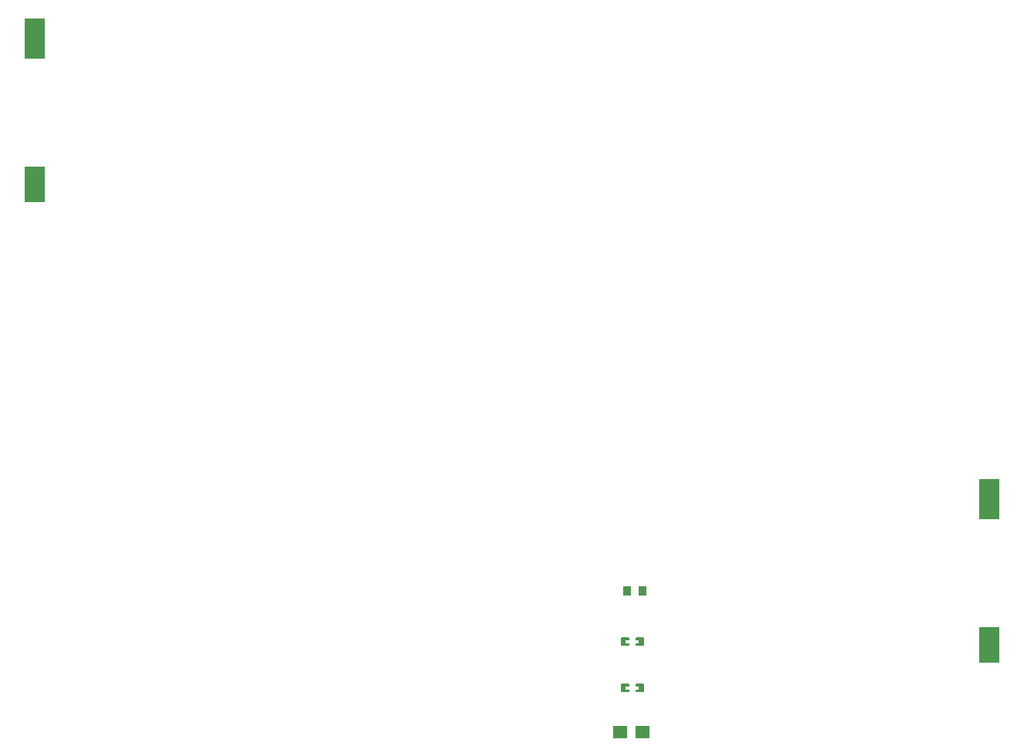
<source format=gtp>
G04 Layer: TopPasteMaskLayer*
G04 EasyEDA v6.5.15, 2022-09-05 00:32:20*
G04 07c8b65852c84e1a800055945528140b,10*
G04 Gerber Generator version 0.2*
G04 Scale: 100 percent, Rotated: No, Reflected: No *
G04 Dimensions in millimeters *
G04 leading zeros omitted , absolute positions ,4 integer and 5 decimal *
%FSLAX45Y45*%
%MOMM*%

%ADD10R,2.3000X4.0000*%
%ADD11R,2.3000X4.4000*%
%ADD12R,1.5000X1.3589*%
%ADD13R,0.8999X1.0000*%

%LPD*%
G36*
X8926779Y-1293418D02*
G01*
X8921800Y-1298397D01*
X8921800Y-1321206D01*
X8958783Y-1321206D01*
X8958783Y-1354226D01*
X8921800Y-1354226D01*
X8921800Y-1378407D01*
X8926779Y-1383385D01*
X9006789Y-1383385D01*
X9011767Y-1378407D01*
X9011767Y-1298397D01*
X9006789Y-1293418D01*
G37*
G36*
X8767775Y-1293418D02*
G01*
X8762796Y-1298397D01*
X8762796Y-1378407D01*
X8767775Y-1383385D01*
X8846769Y-1383385D01*
X8851798Y-1378407D01*
X8851798Y-1354226D01*
X8813800Y-1354226D01*
X8813800Y-1321206D01*
X8851798Y-1321206D01*
X8851798Y-1298397D01*
X8846769Y-1293418D01*
G37*
G36*
X8926779Y-785418D02*
G01*
X8921800Y-790397D01*
X8921800Y-813206D01*
X8958783Y-813206D01*
X8958783Y-846226D01*
X8921800Y-846226D01*
X8921800Y-870407D01*
X8926779Y-875385D01*
X9006789Y-875385D01*
X9011767Y-870407D01*
X9011767Y-790397D01*
X9006789Y-785418D01*
G37*
G36*
X8767775Y-785418D02*
G01*
X8762796Y-790397D01*
X8762796Y-870407D01*
X8767775Y-875385D01*
X8846769Y-875385D01*
X8851798Y-870407D01*
X8851798Y-846226D01*
X8813800Y-846226D01*
X8813800Y-813206D01*
X8851798Y-813206D01*
X8851798Y-790397D01*
X8846769Y-785418D01*
G37*
D10*
G01*
X2336800Y4191101D03*
D11*
G01*
X2336800Y5791098D03*
D10*
G01*
X12801600Y-863498D03*
D11*
G01*
X12801600Y736498D03*
D12*
G01*
X8994571Y-1821002D03*
G01*
X8754567Y-1821002D03*
D13*
G01*
X8997670Y-271602D03*
G01*
X8827668Y-271602D03*
M02*

</source>
